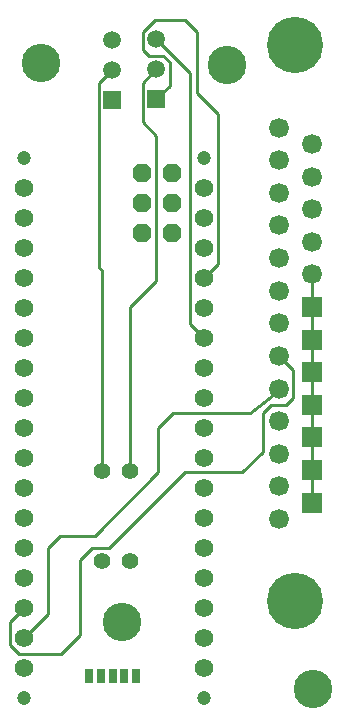
<source format=gbr>
G04 Layer_Physical_Order=1*
G04 Layer_Color=255*
%FSLAX45Y45*%
%MOMM*%
%TF.FileFunction,Copper,L1,Top,Signal*%
%TF.Part,Single*%
G01*
G75*
%TA.AperFunction,SMDPad,CuDef*%
%ADD10R,0.63500X1.27000*%
%TA.AperFunction,Conductor*%
%ADD11C,0.25400*%
%TA.AperFunction,WasherPad*%
%ADD12C,3.25999*%
%TA.AperFunction,ComponentPad*%
%ADD13R,1.50000X1.50000*%
%ADD14C,1.50000*%
%ADD15C,1.69000*%
%ADD16R,1.69000X1.69000*%
%ADD17C,4.76000*%
%ADD18C,1.19990*%
G04:AMPARAMS|DCode=19|XSize=1.5748mm|YSize=1.5748mm|CornerRadius=0mm|HoleSize=0mm|Usage=FLASHONLY|Rotation=270.000|XOffset=0mm|YOffset=0mm|HoleType=Round|Shape=Octagon|*
%AMOCTAGOND19*
4,1,8,-0.39370,-0.78740,0.39370,-0.78740,0.78740,-0.39370,0.78740,0.39370,0.39370,0.78740,-0.39370,0.78740,-0.78740,0.39370,-0.78740,-0.39370,-0.39370,-0.78740,0.0*
%
%ADD19OCTAGOND19*%

%ADD20C,1.57480*%
%ADD21C,1.40000*%
D10*
X1204039Y514960D02*
D03*
X1102439D02*
D03*
X1005919D02*
D03*
X904319D02*
D03*
X805259D02*
D03*
D11*
X2692002Y2533650D02*
Y2809748D01*
Y3085846D01*
Y2257547D02*
Y2533650D01*
Y3085846D02*
Y3361949D01*
Y1981449D02*
Y2257547D01*
Y3361949D02*
Y3638047D01*
Y3914150D01*
X884680Y5530677D02*
X1000001Y5645998D01*
X884680Y3972560D02*
Y5530677D01*
Y3972560D02*
X909501Y3947739D01*
Y2251207D02*
Y3947739D01*
X1369698Y5397602D02*
X1484120Y5512024D01*
Y5712460D01*
X1430780Y5765800D02*
X1484120Y5712460D01*
X1306320Y5765800D02*
X1430780D01*
X1255520Y5816600D02*
X1306320Y5765800D01*
X1255520Y5816600D02*
Y5969000D01*
X1357120Y6070600D01*
X1616200D01*
X1717800Y5969000D01*
Y5448300D02*
Y5969000D01*
Y5448300D02*
X1890520Y5275580D01*
Y4000520D02*
Y5275580D01*
X1772999Y3883000D02*
X1890520Y4000520D01*
X1369698Y5905602D02*
X1654300Y5621000D01*
Y3493699D02*
Y5621000D01*
Y3493699D02*
X1772999Y3375000D01*
X2407999Y3223900D02*
X2530600Y3101299D01*
Y2870200D02*
Y3101299D01*
X2469640Y2809240D02*
X2530600Y2870200D01*
X2340100Y2809240D02*
X2469640D01*
X2271520Y2740660D02*
X2340100Y2809240D01*
X2271520Y2413000D02*
Y2740660D01*
X2098800Y2240280D02*
X2271520Y2413000D01*
X1611120Y2240280D02*
X2098800D01*
X971040Y1600200D02*
X1611120Y2240280D01*
X823720Y1600200D02*
X971040D01*
X722120Y1498600D02*
X823720Y1600200D01*
X722120Y858520D02*
Y1498600D01*
X562100Y698500D02*
X722120Y858520D01*
X206500Y698500D02*
X562100D01*
X130300Y774700D02*
X206500Y698500D01*
X130300Y774700D02*
Y970300D01*
X248999Y1089000D01*
Y835000D02*
X455420Y1041420D01*
Y1600200D01*
X557020Y1701800D01*
X854200D01*
X1390140Y2237740D01*
Y2616200D01*
X1514600Y2740660D01*
X2168503D01*
X2321660Y2861457D01*
X2407999Y2947797D01*
X1150801Y2251207D02*
Y3641781D01*
X1369820Y3860800D01*
Y5087620D01*
X1255520Y5201920D02*
X1369820Y5087620D01*
X1255520Y5201920D02*
Y5537424D01*
X1369698Y5651602D01*
D12*
X400002Y5699999D02*
D03*
X2699998Y399999D02*
D03*
X1970002Y5690001D02*
D03*
X1080001Y970001D02*
D03*
D13*
X1369698Y5397602D02*
D03*
X1000001Y5391998D02*
D03*
D14*
X1369698Y5651602D02*
D03*
Y5905602D02*
D03*
X1000001Y5645998D02*
D03*
Y5899998D02*
D03*
D15*
X2407999Y1843400D02*
D03*
Y2119498D02*
D03*
Y2395596D02*
D03*
Y2671699D02*
D03*
Y2947797D02*
D03*
Y3223900D02*
D03*
Y3499998D02*
D03*
Y3776096D02*
D03*
X2692002Y3914150D02*
D03*
X2407999Y4052199D02*
D03*
X2692002Y4190248D02*
D03*
X2407999Y4328297D02*
D03*
X2692002Y4466346D02*
D03*
X2407999Y4604400D02*
D03*
X2692002Y4742449D02*
D03*
X2407999Y4880498D02*
D03*
X2692002Y5018547D02*
D03*
X2407999Y5156596D02*
D03*
D16*
X2692002Y1981449D02*
D03*
Y2257547D02*
D03*
Y2533650D02*
D03*
Y2809748D02*
D03*
Y3085846D02*
D03*
Y3361949D02*
D03*
Y3638047D02*
D03*
D17*
X2550000Y5852597D02*
D03*
Y1147399D02*
D03*
D18*
X1772999Y4899000D02*
D03*
X248999D02*
D03*
Y327000D02*
D03*
X1772999D02*
D03*
D19*
X1506299Y4264000D02*
D03*
X1252299D02*
D03*
X1506299Y4518000D02*
D03*
X1252299D02*
D03*
X1506299Y4772000D02*
D03*
X1252299D02*
D03*
D20*
X248999Y2867000D02*
D03*
Y3121000D02*
D03*
Y4645000D02*
D03*
Y4391000D02*
D03*
Y4137000D02*
D03*
Y3883000D02*
D03*
Y3629000D02*
D03*
Y3375000D02*
D03*
Y581000D02*
D03*
Y835000D02*
D03*
Y1089000D02*
D03*
Y2613000D02*
D03*
Y2359000D02*
D03*
Y2105000D02*
D03*
Y1851000D02*
D03*
Y1597000D02*
D03*
Y1343000D02*
D03*
X1772999Y2867000D02*
D03*
Y3121000D02*
D03*
Y4645000D02*
D03*
Y4391000D02*
D03*
Y4137000D02*
D03*
Y3883000D02*
D03*
Y3629000D02*
D03*
Y3375000D02*
D03*
Y581000D02*
D03*
Y835000D02*
D03*
Y1089000D02*
D03*
Y2613000D02*
D03*
Y2359000D02*
D03*
Y2105000D02*
D03*
Y1851000D02*
D03*
Y1597000D02*
D03*
Y1343000D02*
D03*
D21*
X909501Y1489207D02*
D03*
Y2251207D02*
D03*
X1150801Y1489207D02*
D03*
Y2251207D02*
D03*
%TF.MD5,32ea450c879cab16976e66520df16bc7*%
M02*

</source>
